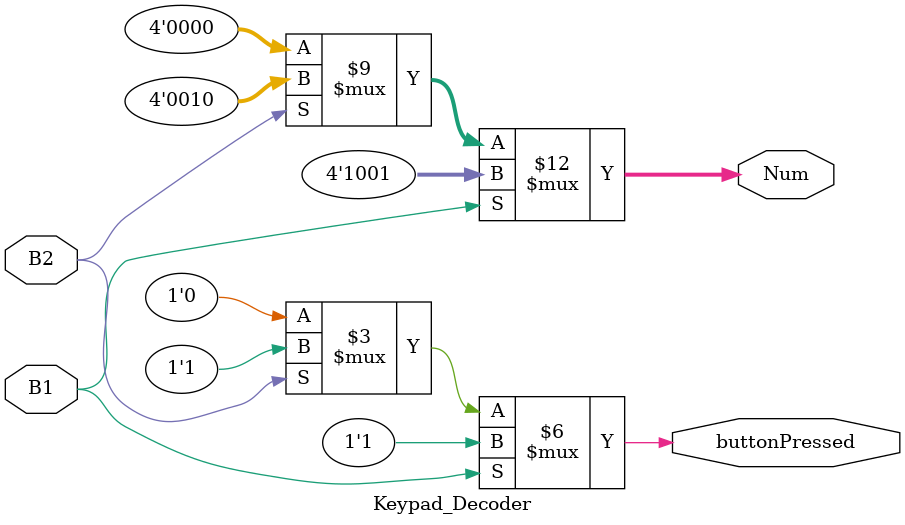
<source format=sv>
module Keypad_Decoder(B1, B2, buttonPressed, Num);
input logic B1, B2;
output logic [3:0] Num;
output logic buttonPressed;

always_comb
begin
if(B1)
begin
 Num <= 9;
  buttonPressed<=1;
end
else if (B2)
begin
Num <= 2;
buttonPressed<=1;
end
else
begin
Num<=0;
buttonPressed<=0;
end
end
endmodule

</source>
